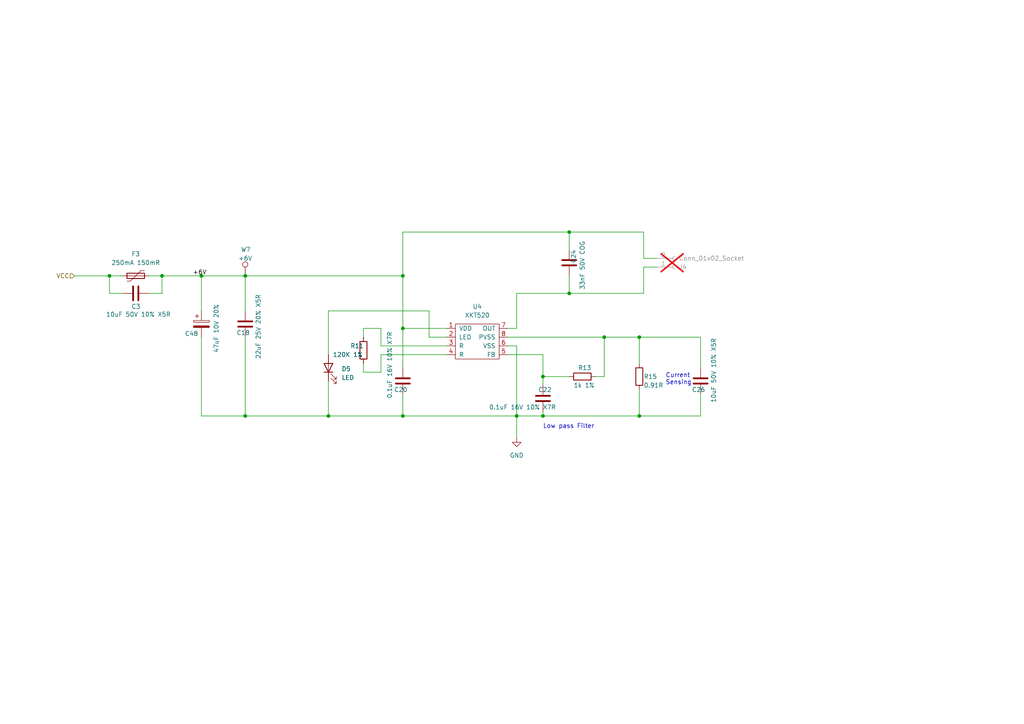
<source format=kicad_sch>
(kicad_sch (version 20250114) (generator "eeschema") (generator_version "9.0")
  (paper "A4")
  (lib_symbols
    (symbol "Connector:Conn_01x02_Socket" (pin_names (offset 1.016) (hide yes))
      (property "Reference" "J" (at 0 2.54 0))
      (property "Value" "Conn_01x02_Socket" (at 0 -5.08 0))
      (symbol "Conn_01x02_Socket_1_1"
        (polyline (pts (xy -1.27 0) (xy -0.508 0)) (stroke (width 0.1524)))
        (polyline (pts (xy -1.27 -2.54) (xy -0.508 -2.54)) (stroke (width 0.1524)))
        (arc (start 0 -0.508) (mid -0.5058 0) (end 0 0.508) (stroke (width 0.1524)))
        (arc (start 0 -3.048) (mid -0.5058 -2.54) (end 0 -2.032) (stroke (width 0.1524)))
        (pin passive line (at -5.08 0 0) (length 3.81) (name "Pin_1") (number "1"))
        (pin passive line (at -5.08 -2.54 0) (length 3.81) (name "Pin_2") (number "2"))
      )
    )
    (symbol "Device:C" (pin_numbers (hide yes)) (pin_names (offset 0.254))
      (property "Reference" "C" (at 0.635 2.54 0))
      (property "Value" "C" (at 0.635 -2.54 0))
      (symbol "C_0_1"
        (polyline (pts (xy -2.032 0.762) (xy 2.032 0.762)) (stroke (width 0.508)))
        (polyline (pts (xy -2.032 -0.762) (xy 2.032 -0.762)) (stroke (width 0.508)))
      )
      (symbol "C_1_1"
        (pin passive line (at 0 3.81 270) (length 2.794) (name "~") (number "1"))
        (pin passive line (at 0 -3.81 90) (length 2.794) (name "~") (number "2"))
      )
    )
    (symbol "Device:C_Polarized" (pin_numbers (hide yes)) (pin_names (offset 0.254))
      (property "Reference" "C" (at 0.635 2.54 0))
      (property "Value" "C_Polarized" (at 0.635 -2.54 0))
      (symbol "C_Polarized_0_1"
        (rectangle (start -2.286 0.508) (end 2.286 1.016))
        (polyline (pts (xy -1.778 2.286) (xy -0.762 2.286)))
        (polyline (pts (xy -1.27 2.794) (xy -1.27 1.778)))
        (rectangle (start 2.286 -0.508) (end -2.286 -1.016) (fill (type outline)))
      )
      (symbol "C_Polarized_1_1"
        (pin passive line (at 0 3.81 270) (length 2.794) (name "~") (number "1"))
        (pin passive line (at 0 -3.81 90) (length 2.794) (name "~") (number "2"))
      )
    )
    (symbol "Device:LED" (pin_numbers (hide yes)) (pin_names (offset 1.016) (hide yes))
      (property "Reference" "D" (at 0 2.54 0))
      (property "Value" "LED" (at 0 -2.54 0))
      (symbol "LED_0_1"
        (polyline (pts (xy -3.048 -0.762) (xy -4.572 -2.286) (xy -3.81 -2.286) (xy -4.572 -2.286) (xy -4.572 -1.524)))
        (polyline (pts (xy -1.778 -0.762) (xy -3.302 -2.286) (xy -2.54 -2.286) (xy -3.302 -2.286) (xy -3.302 -1.524)))
        (polyline (pts (xy -1.27 0) (xy 1.27 0)))
        (polyline (pts (xy -1.27 -1.27) (xy -1.27 1.27)) (stroke (width 0.254)))
        (polyline (pts (xy 1.27 -1.27) (xy 1.27 1.27) (xy -1.27 0) (xy 1.27 -1.27)) (stroke (width 0.254)))
      )
      (symbol "LED_1_1"
        (pin passive line (at -3.81 0 0) (length 2.54) (name "K") (number "1"))
        (pin passive line (at 3.81 0 180) (length 2.54) (name "A") (number "2"))
      )
    )
    (symbol "Device:Polyfuse" (pin_numbers (hide yes)) (pin_names (offset 0))
      (property "Reference" "F" (at -2.54 0 90))
      (property "Value" "Polyfuse" (at 2.54 0 90))
      (symbol "Polyfuse_0_1"
        (polyline (pts (xy -1.524 2.54) (xy -1.524 1.524) (xy 1.524 -1.524) (xy 1.524 -2.54)))
        (rectangle (start -0.762 2.54) (end 0.762 -2.54) (stroke (width 0.254)))
        (polyline (pts (xy 0 2.54) (xy 0 -2.54)))
      )
      (symbol "Polyfuse_1_1"
        (pin passive line (at 0 3.81 270) (length 1.27) (name "~") (number "1"))
        (pin passive line (at 0 -3.81 90) (length 1.27) (name "~") (number "2"))
      )
    )
    (symbol "Device:R" (pin_numbers (hide yes)) (pin_names (offset 0))
      (property "Reference" "R" (at 2.032 0 90))
      (property "Value" "R" (at 0 0 90))
      (symbol "R_0_1"
        (rectangle (start -1.016 -2.54) (end 1.016 2.54) (stroke (width 0.254)))
      )
      (symbol "R_1_1"
        (pin passive line (at 0 3.81 270) (length 1.27) (name "~") (number "1"))
        (pin passive line (at 0 -3.81 90) (length 1.27) (name "~") (number "2"))
      )
    )
    (symbol "Pixels-dice:TEST_1P-conn" (pin_numbers (hide yes)) (pin_names (offset 0.762) (hide yes))
      (property "Reference" "W" (at 0 6.858 0))
      (property "Value" "TEST_1P-conn" (at 0 5.08 0))
      (symbol "TEST_1P-conn_0_1"
        (circle (center 0 3.302) (radius 0.762))
      )
      (symbol "TEST_1P-conn_1_1"
        (pin passive line (at 0 0 90) (length 2.54) (name "1") (number "1"))
      )
    )
    (symbol "Pixels-dice:XKT520" (pin_names (offset 1.016))
      (property "Reference" "U" (at 0 6.35 0))
      (property "Value" "XKT520" (at 0 -6.35 0))
      (symbol "XKT520_0_1"
        (rectangle (start -6.35 5.08) (end 6.35 -5.08))
      )
      (symbol "XKT520_1_1"
        (pin power_in line (at -8.89 3.81 0) (length 2.54) (name "VDD") (number "1"))
        (pin output line (at -8.89 1.27 0) (length 2.54) (name "LED") (number "2"))
        (pin passive line (at -8.89 -1.27 0) (length 2.54) (name "R") (number "3"))
        (pin passive line (at -8.89 -3.81 0) (length 2.54) (name "R") (number "4"))
        (pin output line (at 8.89 3.81 180) (length 2.54) (name "OUT") (number "7"))
        (pin output line (at 8.89 1.27 180) (length 2.54) (name "PVSS") (number "8"))
        (pin power_in line (at 8.89 -1.27 180) (length 2.54) (name "VSS") (number "6"))
        (pin input line (at 8.89 -3.81 180) (length 2.54) (name "FB") (number "5"))
      )
    )
    (symbol "power:GND" (power) (pin_numbers (hide yes)) (pin_names (offset 0) (hide yes))
      (property "Value" "GND" (at 0 -3.81 0))
      (symbol "GND_0_1"
        (polyline (pts (xy 0 0) (xy 0 -1.27) (xy 1.27 -1.27) (xy 0 -2.54) (xy -1.27 -1.27) (xy 0 -1.27)))
      )
      (symbol "GND_1_1"
        (pin power_in line (at 0 0 270) (length 0) (name "~") (number "1"))
      )
    )
  )
  (text "Current\nSensing" (at 193.04 111.76 0) (effects (font (size 1.27 1.27)) (justify left bottom)))
  (text "Low pass Filter" (at 157.48 124.46 0) (effects (font (size 1.27 1.27)) (justify left bottom)))
  (junction (at 71.12 80.01))
  (junction (at 185.42 120.65))
  (junction (at 116.84 120.65))
  (junction (at 116.84 95.25))
  (junction (at 157.48 120.65))
  (junction (at 157.48 109.22))
  (junction (at 185.42 97.79))
  (junction (at 165.1 67.31))
  (junction (at 46.99 80.01))
  (junction (at 116.84 80.01))
  (junction (at 71.12 120.65))
  (junction (at 58.42 80.01))
  (junction (at 175.26 97.79))
  (junction (at 31.75 80.01))
  (junction (at 165.1 85.09))
  (junction (at 149.86 120.65))
  (junction (at 95.25 120.65))
  (wire (pts (xy 116.84 67.31) (xy 116.84 80.01)))
  (wire (pts (xy 185.42 97.79) (xy 185.42 105.41)))
  (wire (pts (xy 71.12 80.01) (xy 116.84 80.01)))
  (wire (pts (xy 165.1 85.09) (xy 149.86 85.09)))
  (wire (pts (xy 149.86 95.25) (xy 147.32 95.25)))
  (wire (pts (xy 110.49 100.33) (xy 129.54 100.33)))
  (wire (pts (xy 116.84 95.25) (xy 129.54 95.25)))
  (wire (pts (xy 185.42 120.65) (xy 157.48 120.65)))
  (wire (pts (xy 95.25 110.49) (xy 95.25 120.65)))
  (wire (pts (xy 105.41 95.25) (xy 105.41 97.79)))
  (wire (pts (xy 203.2 114.3) (xy 203.2 120.65)))
  (wire (pts (xy 186.69 85.09) (xy 186.69 77.47)))
  (wire (pts (xy 58.42 80.01) (xy 58.42 90.17)))
  (wire (pts (xy 124.46 97.79) (xy 129.54 97.79)))
  (wire (pts (xy 175.26 109.22) (xy 175.26 97.79)))
  (wire (pts (xy 165.1 67.31) (xy 165.1 72.39)))
  (wire (pts (xy 46.99 85.09) (xy 46.99 80.01)))
  (wire (pts (xy 116.84 67.31) (xy 165.1 67.31)))
  (wire (pts (xy 71.12 80.01) (xy 71.12 90.17)))
  (wire (pts (xy 165.1 67.31) (xy 186.69 67.31)))
  (wire (pts (xy 110.49 95.25) (xy 105.41 95.25)))
  (wire (pts (xy 157.48 109.22) (xy 165.1 109.22)))
  (wire (pts (xy 149.86 100.33) (xy 147.32 100.33)))
  (wire (pts (xy 185.42 113.03) (xy 185.42 120.65)))
  (wire (pts (xy 46.99 80.01) (xy 58.42 80.01)))
  (wire (pts (xy 149.86 100.33) (xy 149.86 120.65)))
  (wire (pts (xy 105.41 107.95) (xy 105.41 105.41)))
  (wire (pts (xy 175.26 97.79) (xy 185.42 97.79)))
  (wire (pts (xy 43.18 85.09) (xy 46.99 85.09)))
  (wire (pts (xy 186.69 74.93) (xy 186.69 67.31)))
  (wire (pts (xy 58.42 80.01) (xy 71.12 80.01)))
  (wire (pts (xy 165.1 85.09) (xy 186.69 85.09)))
  (wire (pts (xy 95.25 120.65) (xy 116.84 120.65)))
  (wire (pts (xy 31.75 85.09) (xy 31.75 80.01)))
  (wire (pts (xy 124.46 97.79) (xy 124.46 90.17)))
  (wire (pts (xy 190.5 74.93) (xy 186.69 74.93)))
  (wire (pts (xy 35.56 85.09) (xy 31.75 85.09)))
  (wire (pts (xy 157.48 119.38) (xy 157.48 120.65)))
  (wire (pts (xy 110.49 107.95) (xy 105.41 107.95)))
  (wire (pts (xy 149.86 120.65) (xy 149.86 127)))
  (wire (pts (xy 147.32 102.87) (xy 157.48 102.87)))
  (wire (pts (xy 31.75 80.01) (xy 35.56 80.01)))
  (wire (pts (xy 157.48 109.22) (xy 157.48 102.87)))
  (wire (pts (xy 110.49 102.87) (xy 129.54 102.87)))
  (wire (pts (xy 116.84 95.25) (xy 116.84 106.68)))
  (wire (pts (xy 203.2 120.65) (xy 185.42 120.65)))
  (wire (pts (xy 43.18 80.01) (xy 46.99 80.01)))
  (wire (pts (xy 172.72 109.22) (xy 175.26 109.22)))
  (wire (pts (xy 165.1 80.01) (xy 165.1 85.09)))
  (wire (pts (xy 149.86 120.65) (xy 157.48 120.65)))
  (wire (pts (xy 95.25 90.17) (xy 95.25 102.87)))
  (wire (pts (xy 71.12 97.79) (xy 71.12 120.65)))
  (wire (pts (xy 110.49 107.95) (xy 110.49 102.87)))
  (wire (pts (xy 58.42 120.65) (xy 71.12 120.65)))
  (wire (pts (xy 110.49 95.25) (xy 110.49 100.33)))
  (wire (pts (xy 58.42 97.79) (xy 58.42 120.65)))
  (wire (pts (xy 149.86 85.09) (xy 149.86 95.25)))
  (wire (pts (xy 186.69 77.47) (xy 190.5 77.47)))
  (wire (pts (xy 116.84 80.01) (xy 116.84 95.25)))
  (wire (pts (xy 95.25 90.17) (xy 124.46 90.17)))
  (wire (pts (xy 157.48 109.22) (xy 157.48 111.76)))
  (wire (pts (xy 185.42 97.79) (xy 203.2 97.79)))
  (wire (pts (xy 21.59 80.01) (xy 31.75 80.01)))
  (wire (pts (xy 147.32 97.79) (xy 175.26 97.79)))
  (wire (pts (xy 116.84 120.65) (xy 149.86 120.65)))
  (wire (pts (xy 71.12 120.65) (xy 95.25 120.65)))
  (wire (pts (xy 203.2 97.79) (xy 203.2 106.68)))
  (wire (pts (xy 116.84 114.3) (xy 116.84 120.65)))
  (label "+6V" (at 55.88 80.01 0))
  (hierarchical_label "VCC" (shape input) (at 21.59 80.01 180))
  (symbol (lib_id "Device:LED") (at 95.25 106.68 90) (unit 1)
    (property "Reference" "D3" (at 99.06 106.9974 90) (effects (justify right)))
    (property "Value" "LED" (at 99.06 109.5374 90) (effects (justify right)))
    (property "Footprint" "LED_SMD:LED_0603_1608Metric" (effects (hide yes)))
    (property "Manufacturer" "Lite-On" (effects (hide yes)))
    (property "Part Number" "LTST-C191KRKT" (effects (hide yes)))
    (property "LCSC Part #" "C125099" (effects (hide yes)))
    (instances (project "main" (path "" (reference "D5") (unit 1)) (path "" (reference "D9") (unit 1)) (path "" (reference "D8") (unit 1)) (path "" (reference "D3") (unit 1)) (path "" (reference "D6") (unit 1)) (path "" (reference "D4") (unit 1)) (path "" (reference "D7") (unit 1))))
  )
  (symbol (lib_id "Device:C") (at 39.37 85.09 270) (unit 1)
    (property "Reference" "C1" (at 38.1 88.9 90) (effects (justify left)))
    (property "Value" "10uF 50V 10% X5R" (at 30.734 91.186 90) (effects (justify left)))
    (property "Footprint" "Capacitor_SMD:C_0805_2012Metric" (effects (hide yes)))
    (property "Part Number" "GRM21BR61H106KE43L" (effects (hide yes)))
    (property "Manufacturer" "Murata" (effects (hide yes)))
    (property "LCSC Part #" "C440198" (effects (hide yes)))
    (instances (project "main" (path "" (reference "C3") (unit 1)) (path "" (reference "C45") (unit 1)) (path "" (reference "C44") (unit 1)) (path "" (reference "C1") (unit 1)) (path "" (reference "C5") (unit 1)) (path "" (reference "C2") (unit 1)) (path "" (reference "C43") (unit 1))))
  )
  (symbol (lib_id "Device:R") (at 105.41 101.6 180) (unit 1)
    (property "Reference" "R5" (at 101.6 100.33 0) (effects (justify right)))
    (property "Value" "120K 1%" (at 96.52 102.87 0) (effects (justify right)))
    (property "Footprint" "Resistor_SMD:R_0402_1005Metric" (effects (hide yes)))
    (property "Part Number" "0402WGF1203TCE" (effects (hide yes)))
    (property "Manufacturer" "UNI-ROYAL(Uniroyal Elec)" (effects (hide yes)))
    (property "LCSC Part #" "C25750" (effects (hide yes)))
    (instances (project "main" (path "" (reference "R11") (unit 1)) (path "" (reference "R23") (unit 1)) (path "" (reference "R20") (unit 1)) (path "" (reference "R5") (unit 1)) (path "" (reference "R12") (unit 1)) (path "" (reference "R8") (unit 1)) (path "" (reference "R17") (unit 1))))
  )
  (symbol (lib_id "Device:C") (at 157.48 115.57 180) (unit 1)
    (property "Reference" "C10" (at 160.02 113.03 0) (effects (justify left)))
    (property "Value" "0.1uF 16V 10% X7R" (at 161.29 118.11 0) (effects (justify left)))
    (property "Footprint" "Capacitor_SMD:C_0603_1608Metric" (effects (hide yes)))
    (property "Part Number" "CL10B104KO8NNNC" (effects (hide yes)))
    (property "Manufacturer" "Samsung Electro-Mechanics" (effects (hide yes)))
    (property "LCSC Part #" "C66501" (effects (hide yes)))
    (instances (project "main" (path "" (reference "C22") (unit 1)) (path "" (reference "C40") (unit 1)) (path "" (reference "C35") (unit 1)) (path "" (reference "C10") (unit 1)) (path "" (reference "C23") (unit 1)) (path "" (reference "C15") (unit 1)) (path "" (reference "C30") (unit 1))))
  )
  (symbol (lib_id "Device:C") (at 71.12 93.98 0) (unit 1)
    (property "Reference" "C8" (at 68.58 96.52 0) (effects (justify left)))
    (property "Value" "22uF 25V 20% X5R" (at 74.93 104.14 90) (effects (justify left)))
    (property "Footprint" "Capacitor_SMD:C_0805_2012Metric" (effects (hide yes)))
    (property "Part Number" "GRM21BR61E226ME44L" (effects (hide yes)))
    (property "Manufacturer" "Murata" (effects (hide yes)))
    (property "LCSC Part #" "C86816" (effects (hide yes)))
    (instances (project "main" (path "" (reference "C18") (unit 1)) (path "" (reference "C38") (unit 1)) (path "" (reference "C33") (unit 1)) (path "" (reference "C8") (unit 1)) (path "" (reference "C19") (unit 1)) (path "" (reference "C13") (unit 1)) (path "" (reference "C28") (unit 1))))
  )
  (symbol (lib_id "Device:C") (at 203.2 110.49 0) (unit 1)
    (property "Reference" "C12" (at 200.66 113.03 0) (effects (justify left)))
    (property "Value" "10uF 50V 10% X5R" (at 207.01 116.84 90) (effects (justify left)))
    (property "Footprint" "Capacitor_SMD:C_0805_2012Metric" (effects (hide yes)))
    (property "Part Number" "GRM21BR61H106KE43L" (effects (hide yes)))
    (property "Manufacturer" "Murata" (effects (hide yes)))
    (property "LCSC Part #" "C440198" (effects (hide yes)))
    (instances (project "main" (path "" (reference "C26") (unit 1)) (path "" (reference "C42") (unit 1)) (path "" (reference "C37") (unit 1)) (path "" (reference "C12") (unit 1)) (path "" (reference "C27") (unit 1)) (path "" (reference "C17") (unit 1)) (path "" (reference "C32") (unit 1))))
  )
  (symbol (lib_id "Device:C") (at 116.84 110.49 0) (unit 1)
    (property "Reference" "C9" (at 114.3 113.03 0) (effects (justify left)))
    (property "Value" "0.1uF 16V 10% X7R" (at 113.03 115.57 90) (effects (justify left)))
    (property "Footprint" "Capacitor_SMD:C_0603_1608Metric" (effects (hide yes)))
    (property "Part Number" "CL10B104KO8NNNC" (effects (hide yes)))
    (property "Manufacturer" "Samsung Electro-Mechanics" (effects (hide yes)))
    (property "LCSC Part #" "C66501" (effects (hide yes)))
    (instances (project "main" (path "" (reference "C20") (unit 1)) (path "" (reference "C39") (unit 1)) (path "" (reference "C34") (unit 1)) (path "" (reference "C9") (unit 1)) (path "" (reference "C21") (unit 1)) (path "" (reference "C14") (unit 1)) (path "" (reference "C29") (unit 1))))
  )
  (symbol (lib_id "Device:R") (at 168.91 109.22 90) (unit 1)
    (property "Reference" "R6" (at 167.64 106.68 90) (effects (justify right)))
    (property "Value" "1k 1%" (at 166.37 111.76 90) (effects (justify right)))
    (property "Footprint" "Resistor_SMD:R_0402_1005Metric" (effects (hide yes)))
    (property "Part Number" "0402WGF1001TCE" (effects (hide yes)))
    (property "Manufacturer" "UNI-ROYAL(Uniroyal Elec)" (effects (hide yes)))
    (property "LCSC Part #" "C11702" (effects (hide yes)))
    (instances (project "main" (path "" (reference "R13") (unit 1)) (path "" (reference "R24") (unit 1)) (path "" (reference "R21") (unit 1)) (path "" (reference "R6") (unit 1)) (path "" (reference "R14") (unit 1)) (path "" (reference "R9") (unit 1)) (path "" (reference "R18") (unit 1))))
  )
  (symbol (lib_id "power:GND") (at 149.86 127 0) (unit 1)
    (property "Reference" "#PWR09" (effects (hide yes)))
    (property "Value" "GND" (at 149.86 132.08 0))
    (property "Description" "Power symbol creates a global label with name \"GND\" , ground" (effects (hide yes)))
    (instances (project "main" (path "" (reference "#PWR06") (unit 1)) (path "" (reference "#PWR010") (unit 1)) (path "" (reference "#PWR0101") (unit 1)) (path "" (reference "#PWR09") (unit 1)) (path "" (reference "#PWR07") (unit 1)) (path "" (reference "#PWR05") (unit 1)) (path "" (reference "#PWR08") (unit 1))))
  )
  (symbol (lib_id "Pixels-dice:XKT520") (at 138.43 99.06 0) (unit 1)
    (property "Reference" "U2" (at 138.43 88.9 0))
    (property "Value" "XKT520" (at 138.43 91.44 0))
    (property "Footprint" "Pixels-dice:SOIC-8_3.9x4.9mm_P1.27mm" (effects (hide yes)))
    (property "Manufacturer" "XKT" (effects (hide yes)))
    (property "Part Number" "520" (effects (hide yes)))
    (instances (project "main" (path "" (reference "U4") (unit 1)) (path "" (reference "U8") (unit 1)) (path "" (reference "U7") (unit 1)) (path "" (reference "U2") (unit 1)) (path "" (reference "U5") (unit 1)) (path "" (reference "U3") (unit 1)) (path "" (reference "U6") (unit 1))))
  )
  (symbol (lib_id "Device:R") (at 185.42 109.22 180) (unit 1)
    (property "Reference" "R7" (at 186.69 109.22 0) (effects (justify right)))
    (property "Value" "0.91R" (at 186.69 111.76 0) (effects (justify right)))
    (property "Footprint" "Resistor_SMD:R_1206_3216Metric" (effects (hide yes)))
    (property "Part Number" "RL1206FR-7W0R91L" (effects (hide yes)))
    (property "Manufacturer" "YAGEO" (effects (hide yes)))
    (property "LCSC Part #" "C136987" (effects (hide yes)))
    (instances (project "main" (path "" (reference "R15") (unit 1)) (path "" (reference "R25") (unit 1)) (path "" (reference "R22") (unit 1)) (path "" (reference "R7") (unit 1)) (path "" (reference "R16") (unit 1)) (path "" (reference "R10") (unit 1)) (path "" (reference "R19") (unit 1))))
  )
  (symbol (lib_id "Connector:Conn_01x02_Socket") (at 195.58 77.47 0) (mirror x) (unit 1) (dnp yes)
    (property "Reference" "J2" (at 196.85 77.4701 0) (effects (justify left)))
    (property "Value" "Conn_01x02_Socket" (at 196.85 74.9301 0) (effects (justify left)))
    (property "Footprint" "Pixels-dice:PCB Coil 25_11_0.8_0.2" (effects (hide yes)))
    (property "Description" "Generic connector, single row, 01x02, script generated" (effects (hide yes)))
    (instances (project "main" (path "" (reference "J4") (unit 1)) (path "" (reference "J8") (unit 1)) (path "" (reference "J7") (unit 1)) (path "" (reference "J2") (unit 1)) (path "" (reference "J5") (unit 1)) (path "" (reference "J3") (unit 1)) (path "" (reference "J6") (unit 1))))
  )
  (symbol (lib_id "Device:C") (at 165.1 76.2 0) (mirror x) (unit 1)
    (property "Reference" "C11" (at 166.37 72.39 90) (effects (justify left)))
    (property "Value" "33nF 50V COG" (at 168.91 69.85 90) (effects (justify left)))
    (property "Footprint" "Capacitor_SMD:C_1206_3216Metric" (effects (hide yes)))
    (property "Part Number" "GRM3195C1H333JA01D" (effects (hide yes)))
    (property "Manufacturer" "Murata" (effects (hide yes)))
    (property "LCSC Part #" "C97930" (effects (hide yes)))
    (instances (project "main" (path "" (reference "C24") (unit 1)) (path "" (reference "C41") (unit 1)) (path "" (reference "C36") (unit 1)) (path "" (reference "C11") (unit 1)) (path "" (reference "C25") (unit 1)) (path "" (reference "C16") (unit 1)) (path "" (reference "C31") (unit 1))))
  )
  (symbol (lib_id "Device:C_Polarized") (at 58.42 93.98 0) (unit 1)
    (property "Reference" "C46" (at 53.594 96.774 0) (effects (justify left)))
    (property "Value" "47uF 10V 20%" (at 62.738 102.362 90) (effects (justify left)))
    (property "Footprint" "Capacitor_SMD:CP_Elec_4x5.4" (effects (hide yes)))
    (property "Description" "Polarized capacitor" (effects (hide yes)))
    (property "LCSC Part #" "C3001223" (effects (hide yes)))
    (property "Manufacturer" "ROQANG" (effects (hide yes)))
    (property "Part Number" "CK1A470M-CRC54" (effects (hide yes)))
    (instances (project "" (path "" (reference "C48") (unit 1)) (path "" (reference "C52") (unit 1)) (path "" (reference "C51") (unit 1)) (path "" (reference "C46") (unit 1)) (path "" (reference "C49") (unit 1)) (path "" (reference "C47") (unit 1)) (path "" (reference "C50") (unit 1))))
  )
  (symbol (lib_id "Pixels-dice:TEST_1P-conn") (at 71.12 80.01 0) (unit 1)
    (property "Reference" "W5" (at 69.85 72.39 0) (effects (justify left)))
    (property "Value" "+6V" (at 69.088 74.93 0) (effects (justify left)))
    (property "Footprint" "Pixels-dice:TestPoint_1.5x1.5_Drill0.9mm" (effects (hide yes)))
    (instances (project "main" (path "" (reference "W7") (unit 1)) (path "" (reference "W11") (unit 1)) (path "" (reference "W10") (unit 1)) (path "" (reference "W5") (unit 1)) (path "" (reference "W8") (unit 1)) (path "" (reference "W6") (unit 1)) (path "" (reference "W9") (unit 1))))
  )
  (symbol (lib_id "Device:Polyfuse") (at 39.37 80.01 90) (unit 1)
    (property "Reference" "F1" (at 39.37 73.66 90))
    (property "Value" "250mA 150mR" (at 39.37 76.2 90))
    (property "Footprint" "Fuse:Fuse_1206_3216Metric" (effects (hide yes)))
    (property "Manufacturer" "BHFUSE" (effects (hide yes)))
    (property "Part Number" "BSMD1206-025-33V" (effects (hide yes)))
    (property "LCSC Part #" "C2977524" (effects (hide yes)))
    (instances (project "main" (path "" (reference "F3") (unit 1)) (path "" (reference "F7") (unit 1)) (path "" (reference "F6") (unit 1)) (path "" (reference "F1") (unit 1)) (path "" (reference "F4") (unit 1)) (path "" (reference "F2") (unit 1)) (path "" (reference "F5") (unit 1))))
  )
)
</source>
